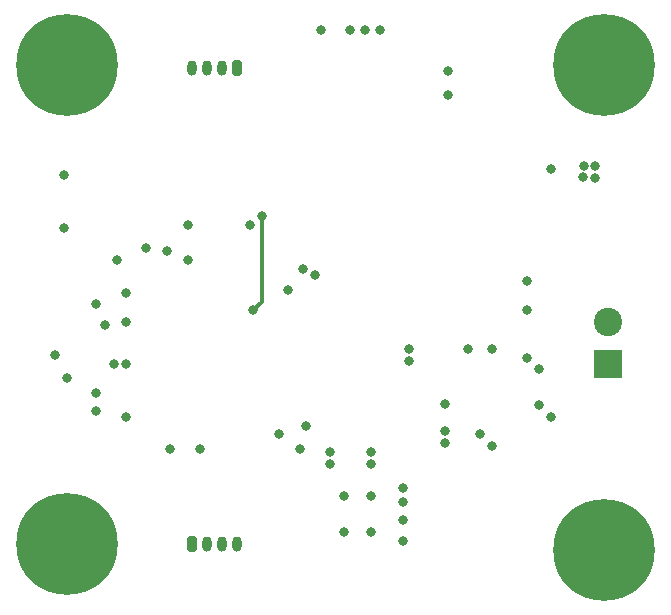
<source format=gbr>
%TF.GenerationSoftware,KiCad,Pcbnew,(6.0.1)*%
%TF.CreationDate,2022-05-20T16:10:24+03:00*%
%TF.ProjectId,STM32_based_project,53544d33-325f-4626-9173-65645f70726f,rev?*%
%TF.SameCoordinates,Original*%
%TF.FileFunction,Copper,L4,Bot*%
%TF.FilePolarity,Positive*%
%FSLAX46Y46*%
G04 Gerber Fmt 4.6, Leading zero omitted, Abs format (unit mm)*
G04 Created by KiCad (PCBNEW (6.0.1)) date 2022-05-20 16:10:24*
%MOMM*%
%LPD*%
G01*
G04 APERTURE LIST*
G04 Aperture macros list*
%AMRoundRect*
0 Rectangle with rounded corners*
0 $1 Rounding radius*
0 $2 $3 $4 $5 $6 $7 $8 $9 X,Y pos of 4 corners*
0 Add a 4 corners polygon primitive as box body*
4,1,4,$2,$3,$4,$5,$6,$7,$8,$9,$2,$3,0*
0 Add four circle primitives for the rounded corners*
1,1,$1+$1,$2,$3*
1,1,$1+$1,$4,$5*
1,1,$1+$1,$6,$7*
1,1,$1+$1,$8,$9*
0 Add four rect primitives between the rounded corners*
20,1,$1+$1,$2,$3,$4,$5,0*
20,1,$1+$1,$4,$5,$6,$7,0*
20,1,$1+$1,$6,$7,$8,$9,0*
20,1,$1+$1,$8,$9,$2,$3,0*%
G04 Aperture macros list end*
%TA.AperFunction,ComponentPad*%
%ADD10C,0.900000*%
%TD*%
%TA.AperFunction,ComponentPad*%
%ADD11C,8.600000*%
%TD*%
%TA.AperFunction,ComponentPad*%
%ADD12RoundRect,0.200000X0.200000X0.450000X-0.200000X0.450000X-0.200000X-0.450000X0.200000X-0.450000X0*%
%TD*%
%TA.AperFunction,ComponentPad*%
%ADD13O,0.800000X1.300000*%
%TD*%
%TA.AperFunction,ComponentPad*%
%ADD14R,2.400000X2.400000*%
%TD*%
%TA.AperFunction,ComponentPad*%
%ADD15C,2.400000*%
%TD*%
%TA.AperFunction,ComponentPad*%
%ADD16RoundRect,0.200000X-0.200000X-0.450000X0.200000X-0.450000X0.200000X0.450000X-0.200000X0.450000X0*%
%TD*%
%TA.AperFunction,ViaPad*%
%ADD17C,0.800000*%
%TD*%
%TA.AperFunction,Conductor*%
%ADD18C,0.300000*%
%TD*%
G04 APERTURE END LIST*
D10*
%TO.P,H2,1,1*%
%TO.N,GND*%
X132780419Y-69780419D03*
X133725000Y-67500000D03*
X128219581Y-69780419D03*
D11*
X130500000Y-67500000D03*
D10*
X130500000Y-70725000D03*
X132780419Y-65219581D03*
X128219581Y-65219581D03*
X127275000Y-67500000D03*
X130500000Y-64275000D03*
%TD*%
D11*
%TO.P,H3,1,1*%
%TO.N,GND*%
X85000000Y-67500000D03*
D10*
X82719581Y-65219581D03*
X85000000Y-70725000D03*
X87280419Y-65219581D03*
X81775000Y-67500000D03*
X88225000Y-67500000D03*
X87280419Y-69780419D03*
X82719581Y-69780419D03*
X85000000Y-64275000D03*
%TD*%
%TO.P,H1,1,1*%
%TO.N,GND*%
X82719581Y-110280419D03*
X87280419Y-110280419D03*
X85000000Y-104775000D03*
X81775000Y-108000000D03*
D11*
X85000000Y-108000000D03*
D10*
X87280419Y-105719581D03*
X82719581Y-105719581D03*
X85000000Y-111225000D03*
X88225000Y-108000000D03*
%TD*%
D11*
%TO.P,H4,1,1*%
%TO.N,GND*%
X130500000Y-108500000D03*
D10*
X132780419Y-110780419D03*
X130500000Y-105275000D03*
X128219581Y-106219581D03*
X130500000Y-111725000D03*
X133725000Y-108500000D03*
X128219581Y-110780419D03*
X132780419Y-106219581D03*
X127275000Y-108500000D03*
%TD*%
D12*
%TO.P,J4,1,Pin_1*%
%TO.N,+3V3*%
X99375000Y-67700000D03*
D13*
%TO.P,J4,2,Pin_2*%
%TO.N,I2C1_SCL*%
X98125000Y-67700000D03*
%TO.P,J4,3,Pin_3*%
%TO.N,I2C1_SDA*%
X96875000Y-67700000D03*
%TO.P,J4,4,Pin_4*%
%TO.N,GND*%
X95625000Y-67700000D03*
%TD*%
D14*
%TO.P,J1,1,Pin_1*%
%TO.N,+12V*%
X130800000Y-92750000D03*
D15*
%TO.P,J1,2,Pin_2*%
%TO.N,GND*%
X130800000Y-89250000D03*
%TD*%
D16*
%TO.P,J3,1,Pin_1*%
%TO.N,+3V3*%
X95625000Y-108000000D03*
D13*
%TO.P,J3,2,Pin_2*%
%TO.N,UART3_TX*%
X96875000Y-108000000D03*
%TO.P,J3,3,Pin_3*%
%TO.N,UART3_RX*%
X98125000Y-108000000D03*
%TO.P,J3,4,Pin_4*%
%TO.N,GND*%
X99375000Y-108000000D03*
%TD*%
D17*
%TO.N,GND*%
X114000000Y-92500000D03*
X113500000Y-104500000D03*
X129750000Y-76000000D03*
X113500000Y-103250000D03*
X104750000Y-100000000D03*
X84000000Y-92000000D03*
X124000000Y-92250000D03*
X93750000Y-100000000D03*
X90000000Y-86800000D03*
X121000000Y-91500000D03*
X106000000Y-85250000D03*
X128742714Y-76988615D03*
X89000000Y-92750000D03*
X114000000Y-91500000D03*
X90000000Y-92750000D03*
X113500000Y-107750000D03*
X124000000Y-85750000D03*
X84750000Y-81250000D03*
X129750000Y-77000000D03*
X126000000Y-97250000D03*
X110250000Y-64500000D03*
X128750000Y-76000000D03*
X119000000Y-91500000D03*
X109000000Y-64500000D03*
X125000000Y-96250000D03*
X126000000Y-76250000D03*
X124000000Y-88250000D03*
X113500000Y-106000000D03*
X95250000Y-84000000D03*
X85000000Y-94000000D03*
X106500000Y-64500000D03*
X87500000Y-87750000D03*
X90000000Y-97250000D03*
X88250000Y-89500000D03*
X105250000Y-98000000D03*
X117250000Y-70000000D03*
X117000000Y-96200000D03*
X116996508Y-99496002D03*
X117000000Y-98500000D03*
X89250000Y-84000000D03*
X105000000Y-84750000D03*
X125000000Y-93250000D03*
%TO.N,+3V3*%
X95250000Y-81000000D03*
X110750000Y-107000000D03*
X107250000Y-100250000D03*
X117250000Y-68000000D03*
X108500000Y-107000000D03*
X110750000Y-104000000D03*
X91750000Y-83000000D03*
X103750000Y-86500000D03*
X87500000Y-96750000D03*
X107250000Y-101250000D03*
X93500000Y-83250000D03*
X120000000Y-98750000D03*
X111500000Y-64500000D03*
X110750000Y-100250000D03*
X96250000Y-100000000D03*
X108500000Y-104000000D03*
X87500000Y-95250000D03*
X110750000Y-101250000D03*
X103000000Y-98750000D03*
X84750000Y-76750000D03*
X90000000Y-89250000D03*
X100500000Y-81000000D03*
X121000000Y-99750000D03*
%TO.N,NRST*%
X101500000Y-80250000D03*
X100750000Y-88250000D03*
%TD*%
D18*
%TO.N,NRST*%
X100750000Y-88250000D02*
X101500000Y-87500000D01*
X101500000Y-87500000D02*
X101500000Y-80250000D01*
%TD*%
M02*

</source>
